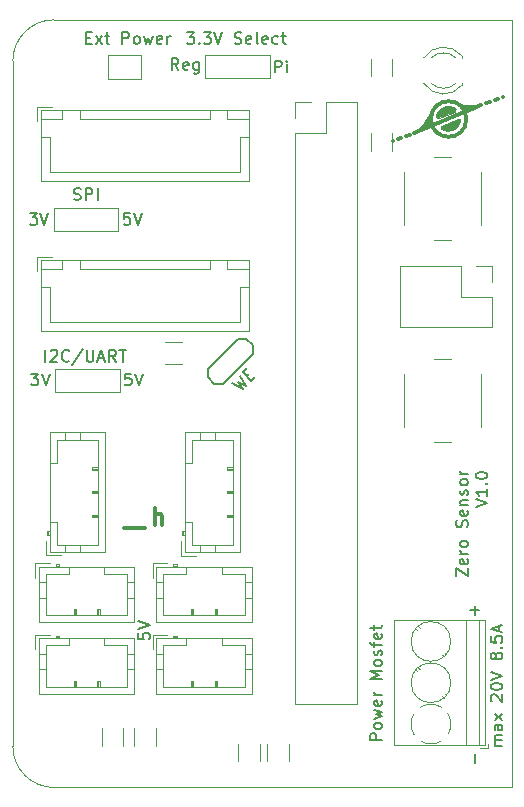
<source format=gbr>
%TF.GenerationSoftware,KiCad,Pcbnew,(5.1.7)-1*%
%TF.CreationDate,2020-11-30T22:01:16+01:00*%
%TF.ProjectId,zerosensor,7a65726f-7365-46e7-936f-722e6b696361,rev?*%
%TF.SameCoordinates,PX761e28cPY7a7afb0*%
%TF.FileFunction,Legend,Top*%
%TF.FilePolarity,Positive*%
%FSLAX46Y46*%
G04 Gerber Fmt 4.6, Leading zero omitted, Abs format (unit mm)*
G04 Created by KiCad (PCBNEW (5.1.7)-1) date 2020-11-30 22:01:16*
%MOMM*%
%LPD*%
G01*
G04 APERTURE LIST*
%ADD10C,0.150000*%
%TA.AperFunction,Profile*%
%ADD11C,0.050000*%
%TD*%
%ADD12C,0.120000*%
%ADD13C,0.300000*%
%ADD14C,0.100000*%
%ADD15C,0.450000*%
G04 APERTURE END LIST*
D10*
X-31625120Y13059524D02*
X-31625120Y12583334D01*
X-31148929Y12535715D01*
X-31196548Y12583334D01*
X-31244167Y12678572D01*
X-31244167Y12916667D01*
X-31196548Y13011905D01*
X-31148929Y13059524D01*
X-31053691Y13107143D01*
X-30815596Y13107143D01*
X-30720358Y13059524D01*
X-30672739Y13011905D01*
X-30625120Y12916667D01*
X-30625120Y12678572D01*
X-30672739Y12583334D01*
X-30720358Y12535715D01*
X-31625120Y13392858D02*
X-30625120Y13726191D01*
X-31625120Y14059524D01*
X-775120Y3552381D02*
X-1441786Y3552381D01*
X-1346548Y3552381D02*
X-1394167Y3600000D01*
X-1441786Y3695239D01*
X-1441786Y3838096D01*
X-1394167Y3933334D01*
X-1298929Y3980953D01*
X-775120Y3980953D01*
X-1298929Y3980953D02*
X-1394167Y4028572D01*
X-1441786Y4123810D01*
X-1441786Y4266667D01*
X-1394167Y4361905D01*
X-1298929Y4409524D01*
X-775120Y4409524D01*
X-775120Y5314286D02*
X-1298929Y5314286D01*
X-1394167Y5266667D01*
X-1441786Y5171429D01*
X-1441786Y4980953D01*
X-1394167Y4885715D01*
X-822739Y5314286D02*
X-775120Y5219048D01*
X-775120Y4980953D01*
X-822739Y4885715D01*
X-917977Y4838096D01*
X-1013215Y4838096D01*
X-1108453Y4885715D01*
X-1156072Y4980953D01*
X-1156072Y5219048D01*
X-1203691Y5314286D01*
X-775120Y5695239D02*
X-1441786Y6219048D01*
X-1441786Y5695239D02*
X-775120Y6219048D01*
X-1679881Y7314286D02*
X-1727500Y7361905D01*
X-1775120Y7457143D01*
X-1775120Y7695239D01*
X-1727500Y7790477D01*
X-1679881Y7838096D01*
X-1584643Y7885715D01*
X-1489405Y7885715D01*
X-1346548Y7838096D01*
X-775120Y7266667D01*
X-775120Y7885715D01*
X-1775120Y8504762D02*
X-1775120Y8600000D01*
X-1727500Y8695239D01*
X-1679881Y8742858D01*
X-1584643Y8790477D01*
X-1394167Y8838096D01*
X-1156072Y8838096D01*
X-965596Y8790477D01*
X-870358Y8742858D01*
X-822739Y8695239D01*
X-775120Y8600000D01*
X-775120Y8504762D01*
X-822739Y8409524D01*
X-870358Y8361905D01*
X-965596Y8314286D01*
X-1156072Y8266667D01*
X-1394167Y8266667D01*
X-1584643Y8314286D01*
X-1679881Y8361905D01*
X-1727500Y8409524D01*
X-1775120Y8504762D01*
X-1775120Y9123810D02*
X-775120Y9457143D01*
X-1775120Y9790477D01*
X-1346548Y11028572D02*
X-1394167Y10933334D01*
X-1441786Y10885715D01*
X-1537024Y10838096D01*
X-1584643Y10838096D01*
X-1679881Y10885715D01*
X-1727500Y10933334D01*
X-1775120Y11028572D01*
X-1775120Y11219048D01*
X-1727500Y11314286D01*
X-1679881Y11361905D01*
X-1584643Y11409524D01*
X-1537024Y11409524D01*
X-1441786Y11361905D01*
X-1394167Y11314286D01*
X-1346548Y11219048D01*
X-1346548Y11028572D01*
X-1298929Y10933334D01*
X-1251310Y10885715D01*
X-1156072Y10838096D01*
X-965596Y10838096D01*
X-870358Y10885715D01*
X-822739Y10933334D01*
X-775120Y11028572D01*
X-775120Y11219048D01*
X-822739Y11314286D01*
X-870358Y11361905D01*
X-965596Y11409524D01*
X-1156072Y11409524D01*
X-1251310Y11361905D01*
X-1298929Y11314286D01*
X-1346548Y11219048D01*
X-870358Y11838096D02*
X-822739Y11885715D01*
X-775120Y11838096D01*
X-822739Y11790477D01*
X-870358Y11838096D01*
X-775120Y11838096D01*
X-1775120Y12790477D02*
X-1775120Y12314286D01*
X-1298929Y12266667D01*
X-1346548Y12314286D01*
X-1394167Y12409524D01*
X-1394167Y12647620D01*
X-1346548Y12742858D01*
X-1298929Y12790477D01*
X-1203691Y12838096D01*
X-965596Y12838096D01*
X-870358Y12790477D01*
X-822739Y12742858D01*
X-775120Y12647620D01*
X-775120Y12409524D01*
X-822739Y12314286D01*
X-870358Y12266667D01*
X-1060834Y13219048D02*
X-1060834Y13695239D01*
X-775120Y13123810D02*
X-1775120Y13457143D01*
X-775120Y13790477D01*
X-4700120Y17902501D02*
X-4700120Y18569167D01*
X-3700120Y17902501D01*
X-3700120Y18569167D01*
X-3747739Y19331072D02*
X-3700120Y19235834D01*
X-3700120Y19045358D01*
X-3747739Y18950120D01*
X-3842977Y18902501D01*
X-4223929Y18902501D01*
X-4319167Y18950120D01*
X-4366786Y19045358D01*
X-4366786Y19235834D01*
X-4319167Y19331072D01*
X-4223929Y19378691D01*
X-4128691Y19378691D01*
X-4033453Y18902501D01*
X-3700120Y19807262D02*
X-4366786Y19807262D01*
X-4176310Y19807262D02*
X-4271548Y19854881D01*
X-4319167Y19902501D01*
X-4366786Y19997739D01*
X-4366786Y20092977D01*
X-3700120Y20569167D02*
X-3747739Y20473929D01*
X-3795358Y20426310D01*
X-3890596Y20378691D01*
X-4176310Y20378691D01*
X-4271548Y20426310D01*
X-4319167Y20473929D01*
X-4366786Y20569167D01*
X-4366786Y20712024D01*
X-4319167Y20807262D01*
X-4271548Y20854881D01*
X-4176310Y20902501D01*
X-3890596Y20902501D01*
X-3795358Y20854881D01*
X-3747739Y20807262D01*
X-3700120Y20712024D01*
X-3700120Y20569167D01*
X-3747739Y22045358D02*
X-3700120Y22188215D01*
X-3700120Y22426310D01*
X-3747739Y22521548D01*
X-3795358Y22569167D01*
X-3890596Y22616786D01*
X-3985834Y22616786D01*
X-4081072Y22569167D01*
X-4128691Y22521548D01*
X-4176310Y22426310D01*
X-4223929Y22235834D01*
X-4271548Y22140596D01*
X-4319167Y22092977D01*
X-4414405Y22045358D01*
X-4509643Y22045358D01*
X-4604881Y22092977D01*
X-4652500Y22140596D01*
X-4700120Y22235834D01*
X-4700120Y22473929D01*
X-4652500Y22616786D01*
X-3747739Y23426310D02*
X-3700120Y23331072D01*
X-3700120Y23140596D01*
X-3747739Y23045358D01*
X-3842977Y22997739D01*
X-4223929Y22997739D01*
X-4319167Y23045358D01*
X-4366786Y23140596D01*
X-4366786Y23331072D01*
X-4319167Y23426310D01*
X-4223929Y23473929D01*
X-4128691Y23473929D01*
X-4033453Y22997739D01*
X-4366786Y23902501D02*
X-3700120Y23902501D01*
X-4271548Y23902501D02*
X-4319167Y23950120D01*
X-4366786Y24045358D01*
X-4366786Y24188215D01*
X-4319167Y24283453D01*
X-4223929Y24331072D01*
X-3700120Y24331072D01*
X-3747739Y24759643D02*
X-3700120Y24854881D01*
X-3700120Y25045358D01*
X-3747739Y25140596D01*
X-3842977Y25188215D01*
X-3890596Y25188215D01*
X-3985834Y25140596D01*
X-4033453Y25045358D01*
X-4033453Y24902501D01*
X-4081072Y24807262D01*
X-4176310Y24759643D01*
X-4223929Y24759643D01*
X-4319167Y24807262D01*
X-4366786Y24902501D01*
X-4366786Y25045358D01*
X-4319167Y25140596D01*
X-3700120Y25759643D02*
X-3747739Y25664405D01*
X-3795358Y25616786D01*
X-3890596Y25569167D01*
X-4176310Y25569167D01*
X-4271548Y25616786D01*
X-4319167Y25664405D01*
X-4366786Y25759643D01*
X-4366786Y25902501D01*
X-4319167Y25997739D01*
X-4271548Y26045358D01*
X-4176310Y26092977D01*
X-3890596Y26092977D01*
X-3795358Y26045358D01*
X-3747739Y25997739D01*
X-3700120Y25902501D01*
X-3700120Y25759643D01*
X-3700120Y26521548D02*
X-4366786Y26521548D01*
X-4176310Y26521548D02*
X-4271548Y26569167D01*
X-4319167Y26616786D01*
X-4366786Y26712024D01*
X-4366786Y26807262D01*
X-3050120Y23759643D02*
X-2050120Y24092977D01*
X-3050120Y24426310D01*
X-2050120Y25283453D02*
X-2050120Y24712024D01*
X-2050120Y24997739D02*
X-3050120Y24997739D01*
X-2907262Y24902500D01*
X-2812024Y24807262D01*
X-2764405Y24712024D01*
X-2145358Y25712024D02*
X-2097739Y25759643D01*
X-2050120Y25712024D01*
X-2097739Y25664405D01*
X-2145358Y25712024D01*
X-2050120Y25712024D01*
X-3050120Y26378691D02*
X-3050120Y26473929D01*
X-3002500Y26569167D01*
X-2954881Y26616786D01*
X-2859643Y26664405D01*
X-2669167Y26712024D01*
X-2431072Y26712024D01*
X-2240596Y26664405D01*
X-2145358Y26616786D01*
X-2097739Y26569167D01*
X-2050120Y26473929D01*
X-2050120Y26378691D01*
X-2097739Y26283453D01*
X-2145358Y26235834D01*
X-2240596Y26188215D01*
X-2431072Y26140596D01*
X-2669167Y26140596D01*
X-2859643Y26188215D01*
X-2954881Y26235834D01*
X-3002500Y26283453D01*
X-3050120Y26378691D01*
D11*
X-38727500Y65000000D02*
G75*
G03*
X-42227500Y61500000I0J-3500000D01*
G01*
X-38727500Y0D02*
G75*
G02*
X-42227500Y3500000I0J3500000D01*
G01*
X2500Y0D02*
X-16997500Y0D01*
X2500Y65000000D02*
X2500Y0D01*
X-16997500Y65000000D02*
X2500Y65000000D01*
X-42227500Y3500000D02*
X-42227500Y61500000D01*
X-16997500Y0D02*
X-38727500Y0D01*
X-38727500Y65000000D02*
X-16997500Y65000000D01*
D12*
%TO.C,AIN4*%
X-30395000Y18992000D02*
X-30395000Y17742000D01*
X-29145000Y18992000D02*
X-30395000Y18992000D01*
X-25035000Y14582000D02*
X-25035000Y15082000D01*
X-24935000Y15082000D02*
X-24935000Y14582000D01*
X-25135000Y15082000D02*
X-24935000Y15082000D01*
X-25135000Y14582000D02*
X-25135000Y15082000D01*
X-27035000Y14582000D02*
X-27035000Y15082000D01*
X-26935000Y15082000D02*
X-26935000Y14582000D01*
X-27135000Y15082000D02*
X-26935000Y15082000D01*
X-27135000Y14582000D02*
X-27135000Y15082000D01*
X-21975000Y16082000D02*
X-22585000Y16082000D01*
X-21975000Y17382000D02*
X-22585000Y17382000D01*
X-30095000Y16082000D02*
X-29485000Y16082000D01*
X-30095000Y17382000D02*
X-29485000Y17382000D01*
X-24535000Y18082000D02*
X-24535000Y18692000D01*
X-22585000Y18082000D02*
X-24535000Y18082000D01*
X-22585000Y14582000D02*
X-22585000Y18082000D01*
X-29485000Y14582000D02*
X-22585000Y14582000D01*
X-29485000Y18082000D02*
X-29485000Y14582000D01*
X-27535000Y18082000D02*
X-29485000Y18082000D01*
X-27535000Y18692000D02*
X-27535000Y18082000D01*
X-28335000Y18792000D02*
X-28635000Y18792000D01*
X-28635000Y18892000D02*
X-28635000Y18692000D01*
X-28335000Y18892000D02*
X-28635000Y18892000D01*
X-28335000Y18692000D02*
X-28335000Y18892000D01*
X-21975000Y18692000D02*
X-30095000Y18692000D01*
X-21975000Y13972000D02*
X-21975000Y18692000D01*
X-30095000Y13972000D02*
X-21975000Y13972000D01*
X-30095000Y18692000D02*
X-30095000Y13972000D01*
%TO.C,R23*%
X-20687500Y3677064D02*
X-20687500Y2222936D01*
X-18867500Y3677064D02*
X-18867500Y2222936D01*
%TO.C,R22*%
X-23137500Y3677064D02*
X-23137500Y2222936D01*
X-21317500Y3677064D02*
X-21317500Y2222936D01*
D10*
%TO.C,TP1*%
X-25734714Y35465579D02*
X-23189129Y38011163D01*
X-23189129Y38011163D02*
X-22482023Y38011163D01*
X-22482023Y38011163D02*
X-21916337Y37445477D01*
X-21916337Y37445477D02*
X-21916337Y36738371D01*
X-21916337Y36738371D02*
X-24461921Y34192786D01*
X-24461921Y34192786D02*
X-25169028Y34192786D01*
X-25169028Y34192786D02*
X-25734714Y34758472D01*
X-25734714Y34758472D02*
X-25734714Y35465579D01*
D13*
%TO.C,REF\u002A\u002A*%
X-32777500Y22000000D02*
X-31052500Y22000000D01*
X-2127500Y57925000D02*
X-1852500Y58025000D01*
X-727500Y58450000D02*
X-727500Y58450000D01*
X-1427500Y58200000D02*
X-1152500Y58300000D01*
X-9327500Y54975000D02*
X-9602500Y54875000D01*
D14*
G36*
X-4027500Y57825000D02*
G01*
X-3627500Y57775000D01*
X-2902500Y57800000D01*
X-2527500Y57850000D01*
X-2577500Y57700000D01*
X-3902500Y57125000D01*
X-4702500Y58025000D01*
X-4577500Y58025000D01*
X-4027500Y57825000D01*
G37*
X-4027500Y57825000D02*
X-3627500Y57775000D01*
X-2902500Y57800000D01*
X-2527500Y57850000D01*
X-2577500Y57700000D01*
X-3902500Y57125000D01*
X-4702500Y58025000D01*
X-4577500Y58025000D01*
X-4027500Y57825000D01*
G36*
X-6752500Y56000000D02*
G01*
X-8102500Y55400000D01*
X-8302500Y55475000D01*
X-7902500Y55775000D01*
X-7427500Y56225000D01*
X-7127500Y56650000D01*
X-6827500Y57175000D01*
X-6752500Y57250000D01*
X-6752500Y56000000D01*
G37*
X-6752500Y56000000D02*
X-8102500Y55400000D01*
X-8302500Y55475000D01*
X-7902500Y55775000D01*
X-7427500Y56225000D01*
X-7127500Y56650000D01*
X-6827500Y57175000D01*
X-6752500Y57250000D01*
X-6752500Y56000000D01*
G36*
X-5902500Y56000000D02*
G01*
X-4527500Y56575000D01*
X-4427500Y56425000D01*
X-4952500Y55775000D01*
X-5702500Y55700000D01*
X-5902500Y56000000D01*
G37*
X-5902500Y56000000D02*
X-4527500Y56575000D01*
X-4427500Y56425000D01*
X-4952500Y55775000D01*
X-5702500Y55700000D01*
X-5902500Y56000000D01*
G36*
X-4752500Y57225000D02*
G01*
X-6152500Y56650000D01*
X-6227500Y56800000D01*
X-5702500Y57450000D01*
X-4952500Y57525000D01*
X-4752500Y57225000D01*
G37*
X-4752500Y57225000D02*
X-6152500Y56650000D01*
X-6227500Y56800000D01*
X-5702500Y57450000D01*
X-4952500Y57525000D01*
X-4752500Y57225000D01*
D13*
X-3827500Y56600000D02*
G75*
G03*
X-3827500Y56600000I-1500000J0D01*
G01*
X-8227500Y55425000D02*
X-2552500Y57750000D01*
X-8627500Y55250000D02*
X-8902500Y55150000D01*
X-10027500Y54725000D02*
X-10027500Y54725000D01*
D15*
X-4459971Y56411537D02*
G75*
G02*
X-5802500Y55850000I-867529J188463D01*
G01*
X-6211234Y56812753D02*
G75*
G02*
X-4852500Y57375000I883734J-212753D01*
G01*
D12*
%TO.C,JP4*%
X-25977500Y60050000D02*
X-25977500Y62000000D01*
X-20477500Y60050000D02*
X-25977500Y60050000D01*
X-20477500Y62000000D02*
X-20477500Y60050000D01*
X-25977500Y62000000D02*
X-20477500Y62000000D01*
%TO.C,C9*%
X-29338752Y37710000D02*
X-27916248Y37710000D01*
X-29338752Y35890000D02*
X-27916248Y35890000D01*
%TO.C,JP2*%
X-31402500Y60000000D02*
X-34202500Y60000000D01*
X-34202500Y60000000D02*
X-34202500Y62000000D01*
X-34202500Y62000000D02*
X-31402500Y62000000D01*
X-31402500Y62000000D02*
X-31402500Y60000000D01*
%TO.C,JP3*%
X-33277500Y47100000D02*
X-38777500Y47100000D01*
X-38777500Y47100000D02*
X-38777500Y49050000D01*
X-38777500Y49050000D02*
X-33277500Y49050000D01*
X-33277500Y49050000D02*
X-33277500Y47100000D01*
%TO.C,JP1*%
X-33177500Y33500000D02*
X-38677500Y33500000D01*
X-38677500Y33500000D02*
X-38677500Y35450000D01*
X-38677500Y35450000D02*
X-33177500Y35450000D01*
X-33177500Y35450000D02*
X-33177500Y33500000D01*
%TO.C,J2*%
X-18315000Y7085000D02*
X-13115000Y7085000D01*
X-18315000Y55405000D02*
X-18315000Y7085000D01*
X-13115000Y58005000D02*
X-13115000Y7085000D01*
X-18315000Y55405000D02*
X-15715000Y55405000D01*
X-15715000Y55405000D02*
X-15715000Y58005000D01*
X-15715000Y58005000D02*
X-13115000Y58005000D01*
X-18315000Y56675000D02*
X-18315000Y58005000D01*
X-18315000Y58005000D02*
X-16985000Y58005000D01*
%TO.C,C6*%
X-11937500Y61673752D02*
X-11937500Y60251248D01*
X-10117500Y61673752D02*
X-10117500Y60251248D01*
%TO.C,R16*%
X-34695000Y5009064D02*
X-34695000Y3554936D01*
X-32875000Y5009064D02*
X-32875000Y3554936D01*
%TO.C,R15*%
X-31937500Y5009064D02*
X-31937500Y3554936D01*
X-30117500Y5009064D02*
X-30117500Y3554936D01*
%TO.C,AIN3*%
X-40345000Y18992000D02*
X-40345000Y17742000D01*
X-39095000Y18992000D02*
X-40345000Y18992000D01*
X-34985000Y14582000D02*
X-34985000Y15082000D01*
X-34885000Y15082000D02*
X-34885000Y14582000D01*
X-35085000Y15082000D02*
X-34885000Y15082000D01*
X-35085000Y14582000D02*
X-35085000Y15082000D01*
X-36985000Y14582000D02*
X-36985000Y15082000D01*
X-36885000Y15082000D02*
X-36885000Y14582000D01*
X-37085000Y15082000D02*
X-36885000Y15082000D01*
X-37085000Y14582000D02*
X-37085000Y15082000D01*
X-31925000Y16082000D02*
X-32535000Y16082000D01*
X-31925000Y17382000D02*
X-32535000Y17382000D01*
X-40045000Y16082000D02*
X-39435000Y16082000D01*
X-40045000Y17382000D02*
X-39435000Y17382000D01*
X-34485000Y18082000D02*
X-34485000Y18692000D01*
X-32535000Y18082000D02*
X-34485000Y18082000D01*
X-32535000Y14582000D02*
X-32535000Y18082000D01*
X-39435000Y14582000D02*
X-32535000Y14582000D01*
X-39435000Y18082000D02*
X-39435000Y14582000D01*
X-37485000Y18082000D02*
X-39435000Y18082000D01*
X-37485000Y18692000D02*
X-37485000Y18082000D01*
X-38285000Y18792000D02*
X-38585000Y18792000D01*
X-38585000Y18892000D02*
X-38585000Y18692000D01*
X-38285000Y18892000D02*
X-38585000Y18892000D01*
X-38285000Y18692000D02*
X-38285000Y18892000D01*
X-31925000Y18692000D02*
X-40045000Y18692000D01*
X-31925000Y13972000D02*
X-31925000Y18692000D01*
X-40045000Y13972000D02*
X-31925000Y13972000D01*
X-40045000Y18692000D02*
X-40045000Y13972000D01*
%TO.C,AIN1*%
X-30395000Y12942000D02*
X-30395000Y11692000D01*
X-29145000Y12942000D02*
X-30395000Y12942000D01*
X-25035000Y8532000D02*
X-25035000Y9032000D01*
X-24935000Y9032000D02*
X-24935000Y8532000D01*
X-25135000Y9032000D02*
X-24935000Y9032000D01*
X-25135000Y8532000D02*
X-25135000Y9032000D01*
X-27035000Y8532000D02*
X-27035000Y9032000D01*
X-26935000Y9032000D02*
X-26935000Y8532000D01*
X-27135000Y9032000D02*
X-26935000Y9032000D01*
X-27135000Y8532000D02*
X-27135000Y9032000D01*
X-21975000Y10032000D02*
X-22585000Y10032000D01*
X-21975000Y11332000D02*
X-22585000Y11332000D01*
X-30095000Y10032000D02*
X-29485000Y10032000D01*
X-30095000Y11332000D02*
X-29485000Y11332000D01*
X-24535000Y12032000D02*
X-24535000Y12642000D01*
X-22585000Y12032000D02*
X-24535000Y12032000D01*
X-22585000Y8532000D02*
X-22585000Y12032000D01*
X-29485000Y8532000D02*
X-22585000Y8532000D01*
X-29485000Y12032000D02*
X-29485000Y8532000D01*
X-27535000Y12032000D02*
X-29485000Y12032000D01*
X-27535000Y12642000D02*
X-27535000Y12032000D01*
X-28335000Y12742000D02*
X-28635000Y12742000D01*
X-28635000Y12842000D02*
X-28635000Y12642000D01*
X-28335000Y12842000D02*
X-28635000Y12842000D01*
X-28335000Y12642000D02*
X-28335000Y12842000D01*
X-21975000Y12642000D02*
X-30095000Y12642000D01*
X-21975000Y7922000D02*
X-21975000Y12642000D01*
X-30095000Y7922000D02*
X-21975000Y7922000D01*
X-30095000Y12642000D02*
X-30095000Y7922000D01*
%TO.C,AIN2*%
X-40345000Y12942000D02*
X-40345000Y11692000D01*
X-39095000Y12942000D02*
X-40345000Y12942000D01*
X-34985000Y8532000D02*
X-34985000Y9032000D01*
X-34885000Y9032000D02*
X-34885000Y8532000D01*
X-35085000Y9032000D02*
X-34885000Y9032000D01*
X-35085000Y8532000D02*
X-35085000Y9032000D01*
X-36985000Y8532000D02*
X-36985000Y9032000D01*
X-36885000Y9032000D02*
X-36885000Y8532000D01*
X-37085000Y9032000D02*
X-36885000Y9032000D01*
X-37085000Y8532000D02*
X-37085000Y9032000D01*
X-31925000Y10032000D02*
X-32535000Y10032000D01*
X-31925000Y11332000D02*
X-32535000Y11332000D01*
X-40045000Y10032000D02*
X-39435000Y10032000D01*
X-40045000Y11332000D02*
X-39435000Y11332000D01*
X-34485000Y12032000D02*
X-34485000Y12642000D01*
X-32535000Y12032000D02*
X-34485000Y12032000D01*
X-32535000Y8532000D02*
X-32535000Y12032000D01*
X-39435000Y8532000D02*
X-32535000Y8532000D01*
X-39435000Y12032000D02*
X-39435000Y8532000D01*
X-37485000Y12032000D02*
X-39435000Y12032000D01*
X-37485000Y12642000D02*
X-37485000Y12032000D01*
X-38285000Y12742000D02*
X-38585000Y12742000D01*
X-38585000Y12842000D02*
X-38585000Y12642000D01*
X-38285000Y12842000D02*
X-38585000Y12842000D01*
X-38285000Y12642000D02*
X-38285000Y12842000D01*
X-31925000Y12642000D02*
X-40045000Y12642000D01*
X-31925000Y7922000D02*
X-31925000Y12642000D01*
X-40045000Y7922000D02*
X-31925000Y7922000D01*
X-40045000Y12642000D02*
X-40045000Y7922000D01*
%TO.C,UART1*%
X-27685000Y19937000D02*
X-22965000Y19937000D01*
X-22965000Y19937000D02*
X-22965000Y30057000D01*
X-22965000Y30057000D02*
X-27685000Y30057000D01*
X-27685000Y30057000D02*
X-27685000Y19937000D01*
X-27685000Y21697000D02*
X-27885000Y21697000D01*
X-27885000Y21697000D02*
X-27885000Y21397000D01*
X-27885000Y21397000D02*
X-27685000Y21397000D01*
X-27785000Y21697000D02*
X-27785000Y21397000D01*
X-27685000Y22497000D02*
X-27075000Y22497000D01*
X-27075000Y22497000D02*
X-27075000Y20547000D01*
X-27075000Y20547000D02*
X-23575000Y20547000D01*
X-23575000Y20547000D02*
X-23575000Y29447000D01*
X-23575000Y29447000D02*
X-27075000Y29447000D01*
X-27075000Y29447000D02*
X-27075000Y27497000D01*
X-27075000Y27497000D02*
X-27685000Y27497000D01*
X-26375000Y19937000D02*
X-26375000Y20547000D01*
X-25075000Y19937000D02*
X-25075000Y20547000D01*
X-26375000Y30057000D02*
X-26375000Y29447000D01*
X-25075000Y30057000D02*
X-25075000Y29447000D01*
X-23575000Y22897000D02*
X-24075000Y22897000D01*
X-24075000Y22897000D02*
X-24075000Y23097000D01*
X-24075000Y23097000D02*
X-23575000Y23097000D01*
X-23575000Y22997000D02*
X-24075000Y22997000D01*
X-23575000Y24897000D02*
X-24075000Y24897000D01*
X-24075000Y24897000D02*
X-24075000Y25097000D01*
X-24075000Y25097000D02*
X-23575000Y25097000D01*
X-23575000Y24997000D02*
X-24075000Y24997000D01*
X-23575000Y26897000D02*
X-24075000Y26897000D01*
X-24075000Y26897000D02*
X-24075000Y27097000D01*
X-24075000Y27097000D02*
X-23575000Y27097000D01*
X-23575000Y26997000D02*
X-24075000Y26997000D01*
X-27985000Y20887000D02*
X-27985000Y19637000D01*
X-27985000Y19637000D02*
X-26735000Y19637000D01*
%TO.C,I2C1*%
X-39115000Y19944000D02*
X-34395000Y19944000D01*
X-34395000Y19944000D02*
X-34395000Y30064000D01*
X-34395000Y30064000D02*
X-39115000Y30064000D01*
X-39115000Y30064000D02*
X-39115000Y19944000D01*
X-39115000Y21704000D02*
X-39315000Y21704000D01*
X-39315000Y21704000D02*
X-39315000Y21404000D01*
X-39315000Y21404000D02*
X-39115000Y21404000D01*
X-39215000Y21704000D02*
X-39215000Y21404000D01*
X-39115000Y22504000D02*
X-38505000Y22504000D01*
X-38505000Y22504000D02*
X-38505000Y20554000D01*
X-38505000Y20554000D02*
X-35005000Y20554000D01*
X-35005000Y20554000D02*
X-35005000Y29454000D01*
X-35005000Y29454000D02*
X-38505000Y29454000D01*
X-38505000Y29454000D02*
X-38505000Y27504000D01*
X-38505000Y27504000D02*
X-39115000Y27504000D01*
X-37805000Y19944000D02*
X-37805000Y20554000D01*
X-36505000Y19944000D02*
X-36505000Y20554000D01*
X-37805000Y30064000D02*
X-37805000Y29454000D01*
X-36505000Y30064000D02*
X-36505000Y29454000D01*
X-35005000Y22904000D02*
X-35505000Y22904000D01*
X-35505000Y22904000D02*
X-35505000Y23104000D01*
X-35505000Y23104000D02*
X-35005000Y23104000D01*
X-35005000Y23004000D02*
X-35505000Y23004000D01*
X-35005000Y24904000D02*
X-35505000Y24904000D01*
X-35505000Y24904000D02*
X-35505000Y25104000D01*
X-35505000Y25104000D02*
X-35005000Y25104000D01*
X-35005000Y25004000D02*
X-35505000Y25004000D01*
X-35005000Y26904000D02*
X-35505000Y26904000D01*
X-35505000Y26904000D02*
X-35505000Y27104000D01*
X-35505000Y27104000D02*
X-35005000Y27104000D01*
X-35005000Y27004000D02*
X-35505000Y27004000D01*
X-39415000Y20894000D02*
X-39415000Y19644000D01*
X-39415000Y19644000D02*
X-38165000Y19644000D01*
%TO.C,SPI2*%
X-39865000Y44657000D02*
X-39865000Y38687000D01*
X-39865000Y38687000D02*
X-22245000Y38687000D01*
X-22245000Y38687000D02*
X-22245000Y44657000D01*
X-22245000Y44657000D02*
X-39865000Y44657000D01*
X-36555000Y44647000D02*
X-36555000Y43897000D01*
X-36555000Y43897000D02*
X-25555000Y43897000D01*
X-25555000Y43897000D02*
X-25555000Y44647000D01*
X-25555000Y44647000D02*
X-36555000Y44647000D01*
X-39855000Y44647000D02*
X-39855000Y43897000D01*
X-39855000Y43897000D02*
X-38055000Y43897000D01*
X-38055000Y43897000D02*
X-38055000Y44647000D01*
X-38055000Y44647000D02*
X-39855000Y44647000D01*
X-24055000Y44647000D02*
X-24055000Y43897000D01*
X-24055000Y43897000D02*
X-22255000Y43897000D01*
X-22255000Y43897000D02*
X-22255000Y44647000D01*
X-22255000Y44647000D02*
X-24055000Y44647000D01*
X-39855000Y42397000D02*
X-39105000Y42397000D01*
X-39105000Y42397000D02*
X-39105000Y39447000D01*
X-39105000Y39447000D02*
X-31055000Y39447000D01*
X-22255000Y42397000D02*
X-23005000Y42397000D01*
X-23005000Y42397000D02*
X-23005000Y39447000D01*
X-23005000Y39447000D02*
X-31055000Y39447000D01*
X-38905000Y44947000D02*
X-40155000Y44947000D01*
X-40155000Y44947000D02*
X-40155000Y43697000D01*
%TO.C,SW2*%
X-2595000Y47642000D02*
X-2595000Y52142000D01*
X-6595000Y46392000D02*
X-5095000Y46392000D01*
X-9095000Y52142000D02*
X-9095000Y47642000D01*
X-5095000Y53392000D02*
X-6595000Y53392000D01*
%TO.C,SW1*%
X-2595000Y30497000D02*
X-2595000Y34997000D01*
X-6595000Y29247000D02*
X-5095000Y29247000D01*
X-9095000Y34997000D02*
X-9095000Y30497000D01*
X-5095000Y36247000D02*
X-6595000Y36247000D01*
%TO.C,D1*%
X-4195000Y59464000D02*
X-4195000Y59620000D01*
X-4195000Y61780000D02*
X-4195000Y61936000D01*
X-6796130Y61779837D02*
G75*
G02*
X-4714039Y61780000I1041130J-1079837D01*
G01*
X-6796130Y59620163D02*
G75*
G03*
X-4714039Y59620000I1041130J1079837D01*
G01*
X-7427335Y61778608D02*
G75*
G02*
X-4195000Y61935516I1672335J-1078608D01*
G01*
X-7427335Y59621392D02*
G75*
G03*
X-4195000Y59464484I1672335J1078608D01*
G01*
%TO.C,SPI1*%
X-39865000Y57357000D02*
X-39865000Y51387000D01*
X-39865000Y51387000D02*
X-22245000Y51387000D01*
X-22245000Y51387000D02*
X-22245000Y57357000D01*
X-22245000Y57357000D02*
X-39865000Y57357000D01*
X-36555000Y57347000D02*
X-36555000Y56597000D01*
X-36555000Y56597000D02*
X-25555000Y56597000D01*
X-25555000Y56597000D02*
X-25555000Y57347000D01*
X-25555000Y57347000D02*
X-36555000Y57347000D01*
X-39855000Y57347000D02*
X-39855000Y56597000D01*
X-39855000Y56597000D02*
X-38055000Y56597000D01*
X-38055000Y56597000D02*
X-38055000Y57347000D01*
X-38055000Y57347000D02*
X-39855000Y57347000D01*
X-24055000Y57347000D02*
X-24055000Y56597000D01*
X-24055000Y56597000D02*
X-22255000Y56597000D01*
X-22255000Y56597000D02*
X-22255000Y57347000D01*
X-22255000Y57347000D02*
X-24055000Y57347000D01*
X-39855000Y55097000D02*
X-39105000Y55097000D01*
X-39105000Y55097000D02*
X-39105000Y52147000D01*
X-39105000Y52147000D02*
X-31055000Y52147000D01*
X-22255000Y55097000D02*
X-23005000Y55097000D01*
X-23005000Y55097000D02*
X-23005000Y52147000D01*
X-23005000Y52147000D02*
X-31055000Y52147000D01*
X-38905000Y57647000D02*
X-40155000Y57647000D01*
X-40155000Y57647000D02*
X-40155000Y56397000D01*
%TO.C,I2S1*%
X-9425000Y44162000D02*
X-9425000Y38962000D01*
X-4285000Y44162000D02*
X-9425000Y44162000D01*
X-1685000Y38962000D02*
X-9425000Y38962000D01*
X-4285000Y44162000D02*
X-4285000Y41562000D01*
X-4285000Y41562000D02*
X-1685000Y41562000D01*
X-1685000Y41562000D02*
X-1685000Y38962000D01*
X-3015000Y44162000D02*
X-1685000Y44162000D01*
X-1685000Y44162000D02*
X-1685000Y42832000D01*
%TO.C,R4*%
X-10117500Y55377064D02*
X-10117500Y53922936D01*
X-11937500Y55377064D02*
X-11937500Y53922936D01*
%TO.C,J5*%
X-5145000Y8867000D02*
G75*
G03*
X-5145000Y8867000I-1680000J0D01*
G01*
X-5145000Y12367000D02*
G75*
G03*
X-5145000Y12367000I-1680000J0D01*
G01*
X-2725000Y3557000D02*
X-2725000Y14177000D01*
X-3825000Y3557000D02*
X-3825000Y14177000D01*
X-9985000Y3557000D02*
X-9985000Y14177000D01*
X-2265000Y3557000D02*
X-2265000Y14177000D01*
X-9985000Y3557000D02*
X-2265000Y3557000D01*
X-9985000Y14177000D02*
X-2265000Y14177000D01*
X-7894000Y10142000D02*
X-7766000Y10013000D01*
X-5644000Y7892000D02*
X-5551000Y7798000D01*
X-8100000Y9937000D02*
X-8006000Y9843000D01*
X-5884000Y7722000D02*
X-5756000Y7593000D01*
X-7894000Y13642000D02*
X-7766000Y13513000D01*
X-5644000Y11392000D02*
X-5551000Y11298000D01*
X-8100000Y13437000D02*
X-8006000Y13343000D01*
X-5884000Y11222000D02*
X-5756000Y11093000D01*
X-2665000Y3317000D02*
X-2025000Y3317000D01*
X-2025000Y3317000D02*
X-2025000Y3717000D01*
X-5144901Y5395674D02*
G75*
G02*
X-5385000Y4501000I-1680099J-28674D01*
G01*
X-5935106Y3941642D02*
G75*
G02*
X-7691000Y3927000I-889894J1425358D01*
G01*
X-8250358Y4477106D02*
G75*
G02*
X-8265000Y6233000I1425358J889894D01*
G01*
X-7715193Y6792505D02*
G75*
G02*
X-5934000Y6792000I890193J-1425505D01*
G01*
X-5400279Y6257264D02*
G75*
G02*
X-5145000Y5367000I-1424721J-890264D01*
G01*
%TD*%
%TO.C,TP1*%
D10*
X-23637653Y34264298D02*
X-22762188Y33725550D01*
X-23132577Y34365313D01*
X-22492813Y33994924D01*
X-23031562Y34870390D01*
X-22425470Y34803046D02*
X-22189768Y35038749D01*
X-21718363Y34769375D02*
X-22055081Y34432657D01*
X-22762188Y35139764D01*
X-22425470Y35476481D01*
%TO.C,REF\u002A\u002A*%
D13*
X-30225358Y22196429D02*
X-30225358Y23696429D01*
X-29582500Y22196429D02*
X-29582500Y22982143D01*
X-29653929Y23125000D01*
X-29796786Y23196429D01*
X-30011072Y23196429D01*
X-30153929Y23125000D01*
X-30225358Y23053572D01*
%TO.C,JP4*%
D10*
X-28198929Y60747620D02*
X-28532262Y61223810D01*
X-28770358Y60747620D02*
X-28770358Y61747620D01*
X-28389405Y61747620D01*
X-28294167Y61700000D01*
X-28246548Y61652381D01*
X-28198929Y61557143D01*
X-28198929Y61414286D01*
X-28246548Y61319048D01*
X-28294167Y61271429D01*
X-28389405Y61223810D01*
X-28770358Y61223810D01*
X-27389405Y60795239D02*
X-27484643Y60747620D01*
X-27675120Y60747620D01*
X-27770358Y60795239D01*
X-27817977Y60890477D01*
X-27817977Y61271429D01*
X-27770358Y61366667D01*
X-27675120Y61414286D01*
X-27484643Y61414286D01*
X-27389405Y61366667D01*
X-27341786Y61271429D01*
X-27341786Y61176191D01*
X-27817977Y61080953D01*
X-26484643Y61414286D02*
X-26484643Y60604762D01*
X-26532262Y60509524D01*
X-26579881Y60461905D01*
X-26675120Y60414286D01*
X-26817977Y60414286D01*
X-26913215Y60461905D01*
X-26484643Y60795239D02*
X-26579881Y60747620D01*
X-26770358Y60747620D01*
X-26865596Y60795239D01*
X-26913215Y60842858D01*
X-26960834Y60938096D01*
X-26960834Y61223810D01*
X-26913215Y61319048D01*
X-26865596Y61366667D01*
X-26770358Y61414286D01*
X-26579881Y61414286D01*
X-26484643Y61366667D01*
X-20027500Y60547620D02*
X-20027500Y61547620D01*
X-19646548Y61547620D01*
X-19551310Y61500000D01*
X-19503691Y61452381D01*
X-19456072Y61357143D01*
X-19456072Y61214286D01*
X-19503691Y61119048D01*
X-19551310Y61071429D01*
X-19646548Y61023810D01*
X-20027500Y61023810D01*
X-19027500Y60547620D02*
X-19027500Y61214286D01*
X-19027500Y61547620D02*
X-19075120Y61500000D01*
X-19027500Y61452381D01*
X-18979881Y61500000D01*
X-19027500Y61547620D01*
X-19027500Y61452381D01*
X-27494167Y63947620D02*
X-26875120Y63947620D01*
X-27208453Y63566667D01*
X-27065596Y63566667D01*
X-26970358Y63519048D01*
X-26922739Y63471429D01*
X-26875120Y63376191D01*
X-26875120Y63138096D01*
X-26922739Y63042858D01*
X-26970358Y62995239D01*
X-27065596Y62947620D01*
X-27351310Y62947620D01*
X-27446548Y62995239D01*
X-27494167Y63042858D01*
X-26446548Y63042858D02*
X-26398929Y62995239D01*
X-26446548Y62947620D01*
X-26494167Y62995239D01*
X-26446548Y63042858D01*
X-26446548Y62947620D01*
X-26065596Y63947620D02*
X-25446548Y63947620D01*
X-25779881Y63566667D01*
X-25637024Y63566667D01*
X-25541786Y63519048D01*
X-25494167Y63471429D01*
X-25446548Y63376191D01*
X-25446548Y63138096D01*
X-25494167Y63042858D01*
X-25541786Y62995239D01*
X-25637024Y62947620D01*
X-25922739Y62947620D01*
X-26017977Y62995239D01*
X-26065596Y63042858D01*
X-25160834Y63947620D02*
X-24827500Y62947620D01*
X-24494167Y63947620D01*
X-23446548Y62995239D02*
X-23303691Y62947620D01*
X-23065596Y62947620D01*
X-22970358Y62995239D01*
X-22922739Y63042858D01*
X-22875120Y63138096D01*
X-22875120Y63233334D01*
X-22922739Y63328572D01*
X-22970358Y63376191D01*
X-23065596Y63423810D01*
X-23256072Y63471429D01*
X-23351310Y63519048D01*
X-23398929Y63566667D01*
X-23446548Y63661905D01*
X-23446548Y63757143D01*
X-23398929Y63852381D01*
X-23351310Y63900000D01*
X-23256072Y63947620D01*
X-23017977Y63947620D01*
X-22875120Y63900000D01*
X-22065596Y62995239D02*
X-22160834Y62947620D01*
X-22351310Y62947620D01*
X-22446548Y62995239D01*
X-22494167Y63090477D01*
X-22494167Y63471429D01*
X-22446548Y63566667D01*
X-22351310Y63614286D01*
X-22160834Y63614286D01*
X-22065596Y63566667D01*
X-22017977Y63471429D01*
X-22017977Y63376191D01*
X-22494167Y63280953D01*
X-21446548Y62947620D02*
X-21541786Y62995239D01*
X-21589405Y63090477D01*
X-21589405Y63947620D01*
X-20684643Y62995239D02*
X-20779881Y62947620D01*
X-20970358Y62947620D01*
X-21065596Y62995239D01*
X-21113215Y63090477D01*
X-21113215Y63471429D01*
X-21065596Y63566667D01*
X-20970358Y63614286D01*
X-20779881Y63614286D01*
X-20684643Y63566667D01*
X-20637024Y63471429D01*
X-20637024Y63376191D01*
X-21113215Y63280953D01*
X-19779881Y62995239D02*
X-19875120Y62947620D01*
X-20065596Y62947620D01*
X-20160834Y62995239D01*
X-20208453Y63042858D01*
X-20256072Y63138096D01*
X-20256072Y63423810D01*
X-20208453Y63519048D01*
X-20160834Y63566667D01*
X-20065596Y63614286D01*
X-19875120Y63614286D01*
X-19779881Y63566667D01*
X-19494167Y63614286D02*
X-19113215Y63614286D01*
X-19351310Y63947620D02*
X-19351310Y63090477D01*
X-19303691Y62995239D01*
X-19208453Y62947620D01*
X-19113215Y62947620D01*
%TO.C,JP2*%
X-36002500Y63471429D02*
X-35669167Y63471429D01*
X-35526310Y62947620D02*
X-36002500Y62947620D01*
X-36002500Y63947620D01*
X-35526310Y63947620D01*
X-35192977Y62947620D02*
X-34669167Y63614286D01*
X-35192977Y63614286D02*
X-34669167Y62947620D01*
X-34431072Y63614286D02*
X-34050120Y63614286D01*
X-34288215Y63947620D02*
X-34288215Y63090477D01*
X-34240596Y62995239D01*
X-34145358Y62947620D01*
X-34050120Y62947620D01*
X-32954881Y62947620D02*
X-32954881Y63947620D01*
X-32573929Y63947620D01*
X-32478691Y63900000D01*
X-32431072Y63852381D01*
X-32383453Y63757143D01*
X-32383453Y63614286D01*
X-32431072Y63519048D01*
X-32478691Y63471429D01*
X-32573929Y63423810D01*
X-32954881Y63423810D01*
X-31812024Y62947620D02*
X-31907262Y62995239D01*
X-31954881Y63042858D01*
X-32002500Y63138096D01*
X-32002500Y63423810D01*
X-31954881Y63519048D01*
X-31907262Y63566667D01*
X-31812024Y63614286D01*
X-31669167Y63614286D01*
X-31573929Y63566667D01*
X-31526310Y63519048D01*
X-31478691Y63423810D01*
X-31478691Y63138096D01*
X-31526310Y63042858D01*
X-31573929Y62995239D01*
X-31669167Y62947620D01*
X-31812024Y62947620D01*
X-31145358Y63614286D02*
X-30954881Y62947620D01*
X-30764405Y63423810D01*
X-30573929Y62947620D01*
X-30383453Y63614286D01*
X-29621548Y62995239D02*
X-29716786Y62947620D01*
X-29907262Y62947620D01*
X-30002500Y62995239D01*
X-30050120Y63090477D01*
X-30050120Y63471429D01*
X-30002500Y63566667D01*
X-29907262Y63614286D01*
X-29716786Y63614286D01*
X-29621548Y63566667D01*
X-29573929Y63471429D01*
X-29573929Y63376191D01*
X-30050120Y63280953D01*
X-29145358Y62947620D02*
X-29145358Y63614286D01*
X-29145358Y63423810D02*
X-29097739Y63519048D01*
X-29050120Y63566667D01*
X-28954881Y63614286D01*
X-28859643Y63614286D01*
%TO.C,JP3*%
X-32317977Y48647620D02*
X-32794167Y48647620D01*
X-32841786Y48171429D01*
X-32794167Y48219048D01*
X-32698929Y48266667D01*
X-32460834Y48266667D01*
X-32365596Y48219048D01*
X-32317977Y48171429D01*
X-32270358Y48076191D01*
X-32270358Y47838096D01*
X-32317977Y47742858D01*
X-32365596Y47695239D01*
X-32460834Y47647620D01*
X-32698929Y47647620D01*
X-32794167Y47695239D01*
X-32841786Y47742858D01*
X-31984643Y48647620D02*
X-31651310Y47647620D01*
X-31317977Y48647620D01*
X-40789405Y48647620D02*
X-40170358Y48647620D01*
X-40503691Y48266667D01*
X-40360834Y48266667D01*
X-40265596Y48219048D01*
X-40217977Y48171429D01*
X-40170358Y48076191D01*
X-40170358Y47838096D01*
X-40217977Y47742858D01*
X-40265596Y47695239D01*
X-40360834Y47647620D01*
X-40646548Y47647620D01*
X-40741786Y47695239D01*
X-40789405Y47742858D01*
X-39884643Y48647620D02*
X-39551310Y47647620D01*
X-39217977Y48647620D01*
X-37051310Y49795239D02*
X-36908453Y49747620D01*
X-36670358Y49747620D01*
X-36575120Y49795239D01*
X-36527500Y49842858D01*
X-36479881Y49938096D01*
X-36479881Y50033334D01*
X-36527500Y50128572D01*
X-36575120Y50176191D01*
X-36670358Y50223810D01*
X-36860834Y50271429D01*
X-36956072Y50319048D01*
X-37003691Y50366667D01*
X-37051310Y50461905D01*
X-37051310Y50557143D01*
X-37003691Y50652381D01*
X-36956072Y50700000D01*
X-36860834Y50747620D01*
X-36622739Y50747620D01*
X-36479881Y50700000D01*
X-36051310Y49747620D02*
X-36051310Y50747620D01*
X-35670358Y50747620D01*
X-35575120Y50700000D01*
X-35527500Y50652381D01*
X-35479881Y50557143D01*
X-35479881Y50414286D01*
X-35527500Y50319048D01*
X-35575120Y50271429D01*
X-35670358Y50223810D01*
X-36051310Y50223810D01*
X-35051310Y49747620D02*
X-35051310Y50747620D01*
%TO.C,JP1*%
X-32217977Y35047620D02*
X-32694167Y35047620D01*
X-32741786Y34571429D01*
X-32694167Y34619048D01*
X-32598929Y34666667D01*
X-32360834Y34666667D01*
X-32265596Y34619048D01*
X-32217977Y34571429D01*
X-32170358Y34476191D01*
X-32170358Y34238096D01*
X-32217977Y34142858D01*
X-32265596Y34095239D01*
X-32360834Y34047620D01*
X-32598929Y34047620D01*
X-32694167Y34095239D01*
X-32741786Y34142858D01*
X-31884643Y35047620D02*
X-31551310Y34047620D01*
X-31217977Y35047620D01*
X-40689405Y35047620D02*
X-40070358Y35047620D01*
X-40403691Y34666667D01*
X-40260834Y34666667D01*
X-40165596Y34619048D01*
X-40117977Y34571429D01*
X-40070358Y34476191D01*
X-40070358Y34238096D01*
X-40117977Y34142858D01*
X-40165596Y34095239D01*
X-40260834Y34047620D01*
X-40546548Y34047620D01*
X-40641786Y34095239D01*
X-40689405Y34142858D01*
X-39784643Y35047620D02*
X-39451310Y34047620D01*
X-39117977Y35047620D01*
X-39460834Y36047620D02*
X-39460834Y37047620D01*
X-39032262Y36952381D02*
X-38984643Y37000000D01*
X-38889405Y37047620D01*
X-38651310Y37047620D01*
X-38556072Y37000000D01*
X-38508453Y36952381D01*
X-38460834Y36857143D01*
X-38460834Y36761905D01*
X-38508453Y36619048D01*
X-39079881Y36047620D01*
X-38460834Y36047620D01*
X-37460834Y36142858D02*
X-37508453Y36095239D01*
X-37651310Y36047620D01*
X-37746548Y36047620D01*
X-37889405Y36095239D01*
X-37984643Y36190477D01*
X-38032262Y36285715D01*
X-38079881Y36476191D01*
X-38079881Y36619048D01*
X-38032262Y36809524D01*
X-37984643Y36904762D01*
X-37889405Y37000000D01*
X-37746548Y37047620D01*
X-37651310Y37047620D01*
X-37508453Y37000000D01*
X-37460834Y36952381D01*
X-36317977Y37095239D02*
X-37175120Y35809524D01*
X-35984643Y37047620D02*
X-35984643Y36238096D01*
X-35937024Y36142858D01*
X-35889405Y36095239D01*
X-35794167Y36047620D01*
X-35603691Y36047620D01*
X-35508453Y36095239D01*
X-35460834Y36142858D01*
X-35413215Y36238096D01*
X-35413215Y37047620D01*
X-34984643Y36333334D02*
X-34508453Y36333334D01*
X-35079881Y36047620D02*
X-34746548Y37047620D01*
X-34413215Y36047620D01*
X-33508453Y36047620D02*
X-33841786Y36523810D01*
X-34079881Y36047620D02*
X-34079881Y37047620D01*
X-33698929Y37047620D01*
X-33603691Y37000000D01*
X-33556072Y36952381D01*
X-33508453Y36857143D01*
X-33508453Y36714286D01*
X-33556072Y36619048D01*
X-33603691Y36571429D01*
X-33698929Y36523810D01*
X-34079881Y36523810D01*
X-33222739Y37047620D02*
X-32651310Y37047620D01*
X-32937024Y36047620D02*
X-32937024Y37047620D01*
%TO.C,J5*%
X-10975120Y4014286D02*
X-11975120Y4014286D01*
X-11975120Y4395239D01*
X-11927500Y4490477D01*
X-11879881Y4538096D01*
X-11784643Y4585715D01*
X-11641786Y4585715D01*
X-11546548Y4538096D01*
X-11498929Y4490477D01*
X-11451310Y4395239D01*
X-11451310Y4014286D01*
X-10975120Y5157143D02*
X-11022739Y5061905D01*
X-11070358Y5014286D01*
X-11165596Y4966667D01*
X-11451310Y4966667D01*
X-11546548Y5014286D01*
X-11594167Y5061905D01*
X-11641786Y5157143D01*
X-11641786Y5300000D01*
X-11594167Y5395239D01*
X-11546548Y5442858D01*
X-11451310Y5490477D01*
X-11165596Y5490477D01*
X-11070358Y5442858D01*
X-11022739Y5395239D01*
X-10975120Y5300000D01*
X-10975120Y5157143D01*
X-11641786Y5823810D02*
X-10975120Y6014286D01*
X-11451310Y6204762D01*
X-10975120Y6395239D01*
X-11641786Y6585715D01*
X-11022739Y7347620D02*
X-10975120Y7252381D01*
X-10975120Y7061905D01*
X-11022739Y6966667D01*
X-11117977Y6919048D01*
X-11498929Y6919048D01*
X-11594167Y6966667D01*
X-11641786Y7061905D01*
X-11641786Y7252381D01*
X-11594167Y7347620D01*
X-11498929Y7395239D01*
X-11403691Y7395239D01*
X-11308453Y6919048D01*
X-10975120Y7823810D02*
X-11641786Y7823810D01*
X-11451310Y7823810D02*
X-11546548Y7871429D01*
X-11594167Y7919048D01*
X-11641786Y8014286D01*
X-11641786Y8109524D01*
X-10975120Y9204762D02*
X-11975120Y9204762D01*
X-11260834Y9538096D01*
X-11975120Y9871429D01*
X-10975120Y9871429D01*
X-10975120Y10490477D02*
X-11022739Y10395239D01*
X-11070358Y10347620D01*
X-11165596Y10300000D01*
X-11451310Y10300000D01*
X-11546548Y10347620D01*
X-11594167Y10395239D01*
X-11641786Y10490477D01*
X-11641786Y10633334D01*
X-11594167Y10728572D01*
X-11546548Y10776191D01*
X-11451310Y10823810D01*
X-11165596Y10823810D01*
X-11070358Y10776191D01*
X-11022739Y10728572D01*
X-10975120Y10633334D01*
X-10975120Y10490477D01*
X-11022739Y11204762D02*
X-10975120Y11300000D01*
X-10975120Y11490477D01*
X-11022739Y11585715D01*
X-11117977Y11633334D01*
X-11165596Y11633334D01*
X-11260834Y11585715D01*
X-11308453Y11490477D01*
X-11308453Y11347620D01*
X-11356072Y11252381D01*
X-11451310Y11204762D01*
X-11498929Y11204762D01*
X-11594167Y11252381D01*
X-11641786Y11347620D01*
X-11641786Y11490477D01*
X-11594167Y11585715D01*
X-11641786Y11919048D02*
X-11641786Y12300000D01*
X-10975120Y12061905D02*
X-11832262Y12061905D01*
X-11927500Y12109524D01*
X-11975120Y12204762D01*
X-11975120Y12300000D01*
X-11022739Y13014286D02*
X-10975120Y12919048D01*
X-10975120Y12728572D01*
X-11022739Y12633334D01*
X-11117977Y12585715D01*
X-11498929Y12585715D01*
X-11594167Y12633334D01*
X-11641786Y12728572D01*
X-11641786Y12919048D01*
X-11594167Y13014286D01*
X-11498929Y13061905D01*
X-11403691Y13061905D01*
X-11308453Y12585715D01*
X-11641786Y13347620D02*
X-11641786Y13728572D01*
X-11975120Y13490477D02*
X-11117977Y13490477D01*
X-11022739Y13538096D01*
X-10975120Y13633334D01*
X-10975120Y13728572D01*
X-3106072Y14619048D02*
X-3106072Y15380953D01*
X-2725120Y15000000D02*
X-3487024Y15000000D01*
X-3106072Y2069048D02*
X-3106072Y2830953D01*
%TD*%
M02*

</source>
